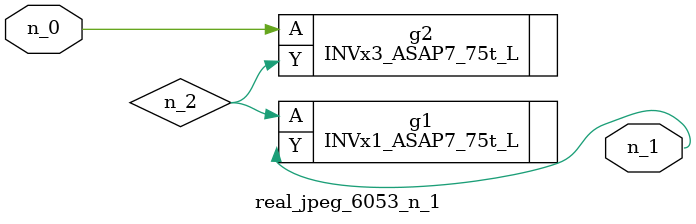
<source format=v>
module real_jpeg_6053_n_1 (n_0, n_1);

input n_0;

output n_1;

wire n_2;

INVx3_ASAP7_75t_L g2 ( 
.A(n_0),
.Y(n_2)
);

INVx1_ASAP7_75t_L g1 ( 
.A(n_2),
.Y(n_1)
);


endmodule
</source>
